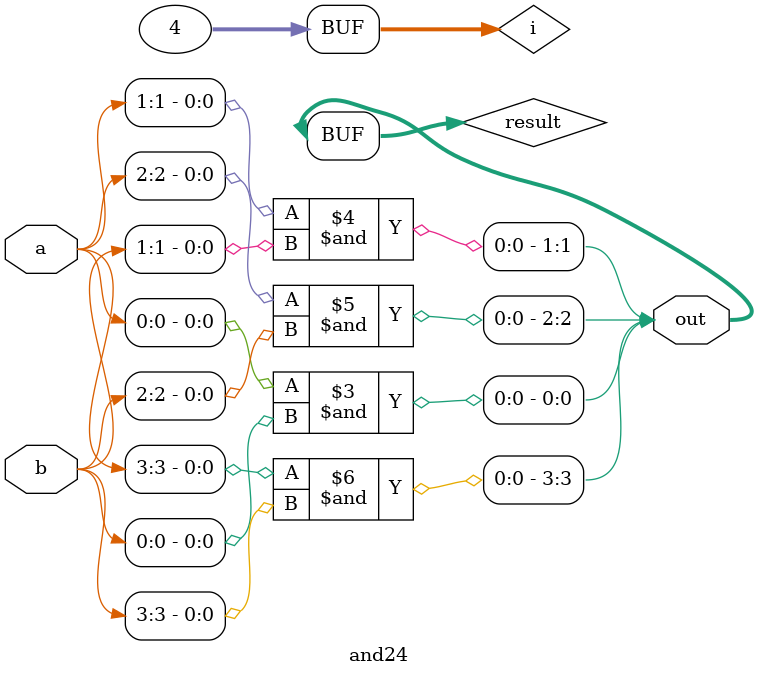
<source format=v>
module and24 (
    input wire [3:0] a,
    input wire [3:0] b,
    output wire [3:0] out
);

reg [3:0] result;
integer i;

always @(*) begin
    for (i = 0; i < 4; i = i + 1) begin
        result[i] = a[i] & b[i];
    end
end

assign out = result;

endmodule

</source>
